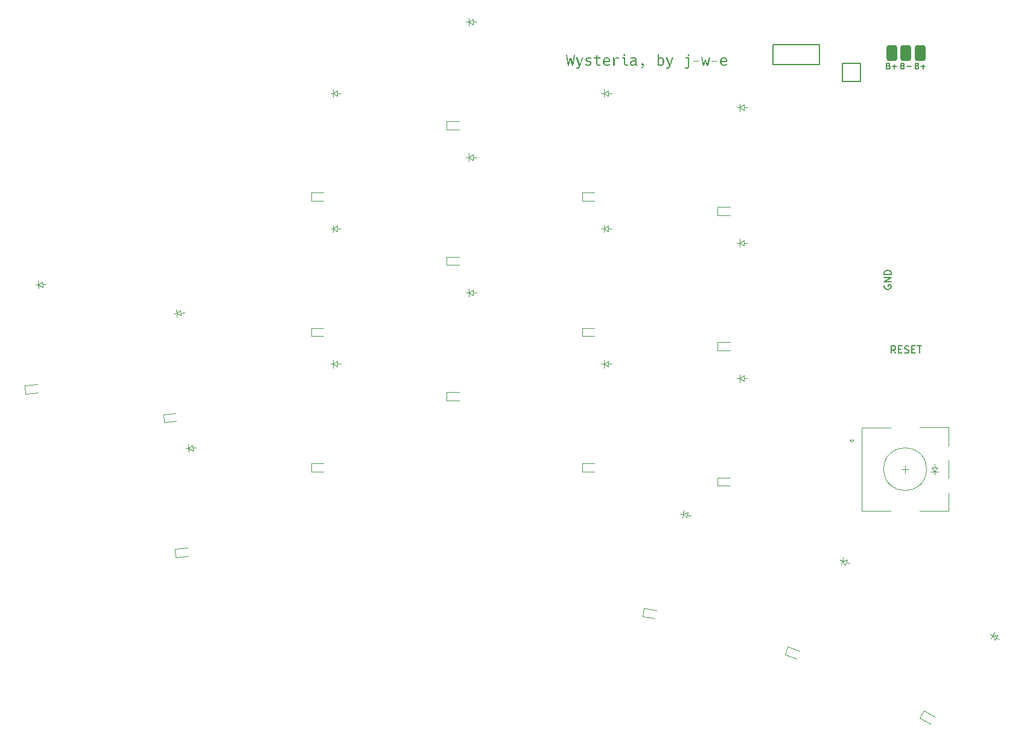
<source format=gbr>
%TF.GenerationSoftware,KiCad,Pcbnew,7.0.6-0*%
%TF.CreationDate,2023-08-12T20:04:25+02:00*%
%TF.ProjectId,jwe,6a77652e-6b69-4636-9164-5f7063625858,v1.0.0*%
%TF.SameCoordinates,Original*%
%TF.FileFunction,Legend,Top*%
%TF.FilePolarity,Positive*%
%FSLAX46Y46*%
G04 Gerber Fmt 4.6, Leading zero omitted, Abs format (unit mm)*
G04 Created by KiCad (PCBNEW 7.0.6-0) date 2023-08-12 20:04:25*
%MOMM*%
%LPD*%
G01*
G04 APERTURE LIST*
G04 Aperture macros list*
%AMRoundRect*
0 Rectangle with rounded corners*
0 $1 Rounding radius*
0 $2 $3 $4 $5 $6 $7 $8 $9 X,Y pos of 4 corners*
0 Add a 4 corners polygon primitive as box body*
4,1,4,$2,$3,$4,$5,$6,$7,$8,$9,$2,$3,0*
0 Add four circle primitives for the rounded corners*
1,1,$1+$1,$2,$3*
1,1,$1+$1,$4,$5*
1,1,$1+$1,$6,$7*
1,1,$1+$1,$8,$9*
0 Add four rect primitives between the rounded corners*
20,1,$1+$1,$2,$3,$4,$5,0*
20,1,$1+$1,$4,$5,$6,$7,0*
20,1,$1+$1,$6,$7,$8,$9,0*
20,1,$1+$1,$8,$9,$2,$3,0*%
G04 Aperture macros list end*
%ADD10C,0.150000*%
%ADD11C,0.120000*%
%ADD12C,0.100000*%
%ADD13RoundRect,0.375000X-0.375000X-0.750000X0.375000X-0.750000X0.375000X0.750000X-0.375000X0.750000X0*%
G04 APERTURE END LIST*
D10*
G36*
X149697141Y-122983577D02*
G01*
X149899007Y-122983577D01*
X150045919Y-124224819D01*
X150219942Y-123402331D01*
X150436464Y-123402331D01*
X150612685Y-124226651D01*
X150759597Y-122983577D01*
X150961464Y-122983577D01*
X150732852Y-124507653D01*
X150536847Y-124507653D01*
X150328753Y-123614823D01*
X150121757Y-124507653D01*
X149925752Y-124507653D01*
X149697141Y-122983577D01*
G37*
G36*
X151149042Y-124793417D02*
G01*
X151260783Y-124793417D01*
X151276042Y-124793004D01*
X151295345Y-124791173D01*
X151313457Y-124787875D01*
X151330378Y-124783113D01*
X151346109Y-124776884D01*
X151360649Y-124769191D01*
X151373998Y-124760032D01*
X151386157Y-124749407D01*
X151389011Y-124746522D01*
X151401896Y-124731249D01*
X151412004Y-124716819D01*
X151422492Y-124699839D01*
X151433359Y-124680309D01*
X151440815Y-124665872D01*
X151448440Y-124650301D01*
X151456234Y-124633597D01*
X151464197Y-124615760D01*
X151472328Y-124596789D01*
X151480629Y-124576685D01*
X151489098Y-124555447D01*
X151497736Y-124533076D01*
X151506543Y-124509572D01*
X151511010Y-124497394D01*
X151066977Y-123358734D01*
X151267011Y-123358734D01*
X151607364Y-124266218D01*
X151942587Y-123358734D01*
X152142622Y-123358734D01*
X151840005Y-124142387D01*
X151833357Y-124159623D01*
X151826876Y-124176433D01*
X151820563Y-124192819D01*
X151814417Y-124208779D01*
X151808438Y-124224315D01*
X151802627Y-124239425D01*
X151796984Y-124254111D01*
X151791508Y-124268371D01*
X151786199Y-124282206D01*
X151779381Y-124299992D01*
X151777723Y-124304320D01*
X151771919Y-124318694D01*
X151766112Y-124333039D01*
X151764534Y-124336927D01*
X151759243Y-124351348D01*
X151753953Y-124366174D01*
X151753543Y-124367335D01*
X151748670Y-124381195D01*
X151743690Y-124395426D01*
X151738543Y-124410170D01*
X151733546Y-124424510D01*
X151732660Y-124427052D01*
X151720204Y-124460025D01*
X151715229Y-124473977D01*
X151707832Y-124494502D01*
X151700512Y-124514545D01*
X151693269Y-124534104D01*
X151686104Y-124553180D01*
X151679015Y-124571774D01*
X151672004Y-124589884D01*
X151665070Y-124607511D01*
X151658214Y-124624656D01*
X151651435Y-124641317D01*
X151644733Y-124657495D01*
X151638229Y-124673131D01*
X151631904Y-124688025D01*
X151625761Y-124702179D01*
X151619797Y-124715593D01*
X151612127Y-124732325D01*
X151604776Y-124747741D01*
X151597747Y-124761841D01*
X151589411Y-124777613D01*
X151584649Y-124786089D01*
X151572764Y-124806320D01*
X151560097Y-124825245D01*
X151546649Y-124842864D01*
X151532419Y-124859179D01*
X151517408Y-124874189D01*
X151501616Y-124887893D01*
X151485043Y-124900292D01*
X151467687Y-124911386D01*
X151449551Y-124921175D01*
X151430633Y-124929658D01*
X151410934Y-124936837D01*
X151390453Y-124942710D01*
X151369191Y-124947278D01*
X151347148Y-124950541D01*
X151324323Y-124952499D01*
X151300717Y-124953151D01*
X151149042Y-124953151D01*
X151149042Y-124793417D01*
G37*
G36*
X152827723Y-124531100D02*
G01*
X152806982Y-124530816D01*
X152785792Y-124529966D01*
X152764152Y-124528550D01*
X152742063Y-124526566D01*
X152719524Y-124524016D01*
X152696536Y-124520899D01*
X152673099Y-124517215D01*
X152649212Y-124512965D01*
X152624876Y-124508148D01*
X152600091Y-124502764D01*
X152574856Y-124496813D01*
X152549172Y-124490296D01*
X152523038Y-124483212D01*
X152496455Y-124475561D01*
X152469423Y-124467344D01*
X152441942Y-124458560D01*
X152441942Y-124264387D01*
X152455359Y-124270968D01*
X152468685Y-124277341D01*
X152495059Y-124289460D01*
X152521063Y-124300743D01*
X152546699Y-124311190D01*
X152571965Y-124320801D01*
X152596862Y-124329577D01*
X152621390Y-124337516D01*
X152645549Y-124344620D01*
X152669338Y-124350889D01*
X152692758Y-124356321D01*
X152715809Y-124360918D01*
X152738491Y-124364679D01*
X152760803Y-124367604D01*
X152782746Y-124369693D01*
X152804320Y-124370947D01*
X152825525Y-124371365D01*
X152840313Y-124371172D01*
X152861791Y-124370157D01*
X152882426Y-124368274D01*
X152902217Y-124365521D01*
X152921165Y-124361898D01*
X152939269Y-124357406D01*
X152956529Y-124352045D01*
X152972945Y-124345814D01*
X152988518Y-124338714D01*
X153003248Y-124330745D01*
X153017134Y-124321906D01*
X153029966Y-124312271D01*
X153041537Y-124302049D01*
X153051845Y-124291242D01*
X153063626Y-124275920D01*
X153073163Y-124259557D01*
X153080456Y-124242152D01*
X153085505Y-124223705D01*
X153087819Y-124209186D01*
X153088871Y-124194081D01*
X153088941Y-124188916D01*
X153088002Y-124171313D01*
X153085186Y-124154592D01*
X153080492Y-124138752D01*
X153073920Y-124123794D01*
X153065471Y-124109718D01*
X153055144Y-124096523D01*
X153042939Y-124084210D01*
X153028857Y-124072778D01*
X153012806Y-124062045D01*
X152999295Y-124054333D01*
X152984521Y-124046911D01*
X152968486Y-124039778D01*
X152951188Y-124032936D01*
X152932628Y-124026383D01*
X152912806Y-124020120D01*
X152891721Y-124014147D01*
X152876963Y-124010326D01*
X152861645Y-124006634D01*
X152845765Y-124003071D01*
X152837615Y-124001337D01*
X152758847Y-123985217D01*
X152738943Y-123980978D01*
X152719714Y-123976413D01*
X152701162Y-123971521D01*
X152683284Y-123966303D01*
X152666082Y-123960759D01*
X152649556Y-123954889D01*
X152633705Y-123948692D01*
X152618529Y-123942169D01*
X152604029Y-123935320D01*
X152590205Y-123928144D01*
X152577056Y-123920642D01*
X152564582Y-123912814D01*
X152547138Y-123900460D01*
X152531214Y-123887372D01*
X152521443Y-123878239D01*
X152507955Y-123863752D01*
X152495794Y-123848318D01*
X152484960Y-123831938D01*
X152475452Y-123814612D01*
X152467272Y-123796338D01*
X152460417Y-123777118D01*
X152454890Y-123756951D01*
X152450689Y-123735837D01*
X152448625Y-123721236D01*
X152447151Y-123706213D01*
X152446266Y-123690770D01*
X152445972Y-123674907D01*
X152446412Y-123654777D01*
X152447735Y-123635236D01*
X152449939Y-123616285D01*
X152453024Y-123597924D01*
X152456991Y-123580153D01*
X152461840Y-123562971D01*
X152467570Y-123546378D01*
X152474182Y-123530376D01*
X152481675Y-123514963D01*
X152490050Y-123500139D01*
X152499306Y-123485905D01*
X152509444Y-123472261D01*
X152520464Y-123459207D01*
X152532365Y-123446742D01*
X152545148Y-123434866D01*
X152558812Y-123423581D01*
X152573289Y-123412889D01*
X152588510Y-123402887D01*
X152604476Y-123393575D01*
X152621185Y-123384952D01*
X152638639Y-123377019D01*
X152656837Y-123369777D01*
X152675779Y-123363224D01*
X152695466Y-123357360D01*
X152715896Y-123352187D01*
X152737071Y-123347703D01*
X152758990Y-123343909D01*
X152781653Y-123340805D01*
X152805060Y-123338391D01*
X152829212Y-123336666D01*
X152854107Y-123335632D01*
X152879747Y-123335287D01*
X152901775Y-123335559D01*
X152923711Y-123336374D01*
X152945555Y-123337734D01*
X152967308Y-123339637D01*
X152988969Y-123342085D01*
X153010539Y-123345076D01*
X153032017Y-123348610D01*
X153053404Y-123352689D01*
X153074699Y-123357312D01*
X153095902Y-123362478D01*
X153117014Y-123368188D01*
X153138034Y-123374442D01*
X153158962Y-123381240D01*
X153179799Y-123388581D01*
X153200545Y-123396467D01*
X153221198Y-123404896D01*
X153221198Y-123590276D01*
X153201037Y-123578742D01*
X153180761Y-123567951D01*
X153160371Y-123557905D01*
X153139866Y-123548602D01*
X153119246Y-123540044D01*
X153098512Y-123532231D01*
X153077664Y-123525161D01*
X153056701Y-123518835D01*
X153035623Y-123513254D01*
X153014432Y-123508417D01*
X152993125Y-123504324D01*
X152971704Y-123500975D01*
X152950169Y-123498370D01*
X152928519Y-123496510D01*
X152906755Y-123495394D01*
X152884876Y-123495022D01*
X152869616Y-123495185D01*
X152854841Y-123495676D01*
X152826744Y-123497638D01*
X152800585Y-123500908D01*
X152776364Y-123505486D01*
X152754080Y-123511372D01*
X152733734Y-123518566D01*
X152715325Y-123527069D01*
X152698855Y-123536879D01*
X152684322Y-123547997D01*
X152671726Y-123560423D01*
X152661069Y-123574158D01*
X152652349Y-123589200D01*
X152645567Y-123605551D01*
X152640723Y-123623209D01*
X152637816Y-123642176D01*
X152636847Y-123662450D01*
X152637366Y-123678954D01*
X152638923Y-123694350D01*
X152642160Y-123711360D01*
X152646891Y-123726773D01*
X152653116Y-123740589D01*
X152658097Y-123748912D01*
X152667568Y-123760517D01*
X152679769Y-123771426D01*
X152692023Y-123779986D01*
X152706173Y-123788063D01*
X152722220Y-123795657D01*
X152736422Y-123801384D01*
X152740162Y-123802768D01*
X152756259Y-123808200D01*
X152774142Y-123813690D01*
X152788727Y-123817845D01*
X152804316Y-123822032D01*
X152820910Y-123826251D01*
X152838508Y-123830503D01*
X152857111Y-123834786D01*
X152876719Y-123839102D01*
X152897331Y-123843450D01*
X152918948Y-123847830D01*
X152994785Y-123862119D01*
X153012321Y-123865790D01*
X153029301Y-123869844D01*
X153045724Y-123874280D01*
X153061590Y-123879097D01*
X153076899Y-123884297D01*
X153091651Y-123889879D01*
X153105847Y-123895843D01*
X153119487Y-123902190D01*
X153132569Y-123908918D01*
X153157064Y-123923521D01*
X153179332Y-123939653D01*
X153199373Y-123957313D01*
X153217188Y-123976501D01*
X153232775Y-123997218D01*
X153246136Y-124019463D01*
X153257270Y-124043236D01*
X153266178Y-124068538D01*
X153272858Y-124095369D01*
X153277312Y-124123728D01*
X153278703Y-124138480D01*
X153279538Y-124153615D01*
X153279817Y-124169132D01*
X153279343Y-124189874D01*
X153277922Y-124210062D01*
X153275553Y-124229694D01*
X153272238Y-124248770D01*
X153267974Y-124267292D01*
X153262764Y-124285258D01*
X153256606Y-124302669D01*
X153249500Y-124319524D01*
X153241447Y-124335825D01*
X153232447Y-124351570D01*
X153222499Y-124366760D01*
X153211604Y-124381394D01*
X153199762Y-124395473D01*
X153186972Y-124408997D01*
X153173235Y-124421966D01*
X153158550Y-124434380D01*
X153143090Y-124446092D01*
X153126934Y-124457048D01*
X153110083Y-124467249D01*
X153092536Y-124476695D01*
X153074294Y-124485384D01*
X153055356Y-124493318D01*
X153035722Y-124500497D01*
X153015393Y-124506920D01*
X152994369Y-124512587D01*
X152972649Y-124517499D01*
X152950233Y-124521654D01*
X152927122Y-124525055D01*
X152903316Y-124527699D01*
X152878814Y-124529589D01*
X152853616Y-124530722D01*
X152827723Y-124531100D01*
G37*
G36*
X154314429Y-124507653D02*
G01*
X154288488Y-124507323D01*
X154263510Y-124506336D01*
X154239498Y-124504690D01*
X154216450Y-124502386D01*
X154194366Y-124499424D01*
X154173247Y-124495803D01*
X154153093Y-124491524D01*
X154133903Y-124486587D01*
X154115678Y-124480991D01*
X154098418Y-124474737D01*
X154082122Y-124467825D01*
X154066790Y-124460254D01*
X154052423Y-124452025D01*
X154039021Y-124443138D01*
X154026583Y-124433593D01*
X154015110Y-124423389D01*
X154004507Y-124412389D01*
X153994588Y-124400457D01*
X153985353Y-124387591D01*
X153976802Y-124373792D01*
X153968935Y-124359060D01*
X153961752Y-124343395D01*
X153955254Y-124326797D01*
X153949439Y-124309266D01*
X153944308Y-124290802D01*
X153939862Y-124271405D01*
X153936100Y-124251074D01*
X153933021Y-124229811D01*
X153930627Y-124207614D01*
X153928917Y-124184485D01*
X153927891Y-124160422D01*
X153927549Y-124135426D01*
X153927549Y-123518469D01*
X153621268Y-123518469D01*
X153621268Y-123358734D01*
X153927549Y-123358734D01*
X153927549Y-123059415D01*
X154116226Y-122977349D01*
X154116226Y-123358734D01*
X154544873Y-123358734D01*
X154544873Y-123518469D01*
X154116226Y-123518469D01*
X154116226Y-124127000D01*
X154116415Y-124142011D01*
X154117407Y-124163459D01*
X154119249Y-124183626D01*
X154121941Y-124202511D01*
X154125483Y-124220115D01*
X154129875Y-124236437D01*
X154135117Y-124251478D01*
X154141209Y-124265237D01*
X154150655Y-124281589D01*
X154161611Y-124295662D01*
X154164586Y-124298825D01*
X154177793Y-124310331D01*
X154193232Y-124320303D01*
X154210903Y-124328741D01*
X154225621Y-124334062D01*
X154241596Y-124338521D01*
X154258826Y-124342117D01*
X154277312Y-124344849D01*
X154297054Y-124346719D01*
X154318052Y-124347726D01*
X154332748Y-124347918D01*
X154544873Y-124347918D01*
X154544873Y-124507653D01*
X154314429Y-124507653D01*
G37*
G36*
X155436703Y-123335866D02*
G01*
X155464206Y-123337605D01*
X155490902Y-123340503D01*
X155516791Y-123344560D01*
X155541873Y-123349777D01*
X155566147Y-123356152D01*
X155589615Y-123363687D01*
X155612275Y-123372381D01*
X155634128Y-123382234D01*
X155655174Y-123393247D01*
X155675413Y-123405418D01*
X155694844Y-123418749D01*
X155713469Y-123433239D01*
X155731286Y-123448888D01*
X155748296Y-123465697D01*
X155764499Y-123483664D01*
X155779849Y-123502657D01*
X155794209Y-123522539D01*
X155807578Y-123543312D01*
X155819958Y-123564974D01*
X155831346Y-123587527D01*
X155841745Y-123610970D01*
X155851153Y-123635303D01*
X155859571Y-123660527D01*
X155866998Y-123686640D01*
X155873435Y-123713644D01*
X155878882Y-123741538D01*
X155883339Y-123770322D01*
X155885195Y-123785047D01*
X155886805Y-123799996D01*
X155888166Y-123815166D01*
X155889281Y-123830560D01*
X155890147Y-123846176D01*
X155890766Y-123862014D01*
X155891137Y-123878075D01*
X155891261Y-123894359D01*
X155891261Y-123987415D01*
X155073903Y-123987415D01*
X155073903Y-123993277D01*
X155074270Y-124014618D01*
X155075374Y-124035409D01*
X155077213Y-124055651D01*
X155079787Y-124075343D01*
X155083097Y-124094485D01*
X155087143Y-124113078D01*
X155091925Y-124131122D01*
X155097441Y-124148616D01*
X155103694Y-124165560D01*
X155110682Y-124181955D01*
X155118406Y-124197800D01*
X155126865Y-124213096D01*
X155136060Y-124227842D01*
X155145990Y-124242038D01*
X155156656Y-124255685D01*
X155168058Y-124268783D01*
X155180225Y-124281205D01*
X155193097Y-124292826D01*
X155206672Y-124303645D01*
X155220952Y-124313663D01*
X155235936Y-124322879D01*
X155251624Y-124331294D01*
X155268015Y-124338907D01*
X155285112Y-124345719D01*
X155302912Y-124351730D01*
X155321416Y-124356939D01*
X155340624Y-124361347D01*
X155360537Y-124364954D01*
X155381153Y-124367759D01*
X155402474Y-124369762D01*
X155424499Y-124370964D01*
X155447228Y-124371365D01*
X155467160Y-124371082D01*
X155486975Y-124370232D01*
X155506675Y-124368815D01*
X155526259Y-124366831D01*
X155545727Y-124364281D01*
X155565080Y-124361164D01*
X155584316Y-124357480D01*
X155603436Y-124353230D01*
X155622441Y-124348413D01*
X155641329Y-124343029D01*
X155653857Y-124339125D01*
X155672552Y-124332961D01*
X155691132Y-124326558D01*
X155709595Y-124319918D01*
X155727943Y-124313039D01*
X155746175Y-124305921D01*
X155764290Y-124298566D01*
X155782290Y-124290972D01*
X155800174Y-124283140D01*
X155817942Y-124275070D01*
X155835594Y-124266761D01*
X155847298Y-124261089D01*
X155847298Y-124443172D01*
X155829003Y-124450521D01*
X155810663Y-124457594D01*
X155792277Y-124464389D01*
X155773847Y-124470907D01*
X155755372Y-124477149D01*
X155736852Y-124483113D01*
X155718286Y-124488801D01*
X155699676Y-124494212D01*
X155681020Y-124499345D01*
X155662319Y-124504202D01*
X155649827Y-124507286D01*
X155631035Y-124511542D01*
X155612166Y-124515379D01*
X155593220Y-124518798D01*
X155574196Y-124521798D01*
X155555095Y-124524379D01*
X155535917Y-124526542D01*
X155516661Y-124528286D01*
X155497328Y-124529611D01*
X155477918Y-124530518D01*
X155458430Y-124531007D01*
X155445396Y-124531100D01*
X155428907Y-124530946D01*
X155412641Y-124530483D01*
X155396598Y-124529712D01*
X155380778Y-124528633D01*
X155365182Y-124527245D01*
X155349809Y-124525549D01*
X155334659Y-124523544D01*
X155319733Y-124521231D01*
X155305030Y-124518609D01*
X155290550Y-124515680D01*
X155262260Y-124508895D01*
X155234862Y-124500876D01*
X155208358Y-124491624D01*
X155182747Y-124481138D01*
X155158029Y-124469419D01*
X155134204Y-124456466D01*
X155111272Y-124442279D01*
X155089233Y-124426859D01*
X155068087Y-124410205D01*
X155047833Y-124392318D01*
X155028473Y-124373197D01*
X155010151Y-124352962D01*
X154993010Y-124331826D01*
X154977052Y-124309789D01*
X154962276Y-124286849D01*
X154948682Y-124263008D01*
X154936270Y-124238266D01*
X154925040Y-124212622D01*
X154914992Y-124186076D01*
X154906126Y-124158629D01*
X154898443Y-124130280D01*
X154895044Y-124115768D01*
X154891941Y-124101030D01*
X154889134Y-124086066D01*
X154886622Y-124070878D01*
X154884405Y-124055463D01*
X154882484Y-124039824D01*
X154880859Y-124023959D01*
X154879529Y-124007869D01*
X154878495Y-123991553D01*
X154877756Y-123975012D01*
X154877313Y-123958245D01*
X154877165Y-123941253D01*
X154877400Y-123920176D01*
X154878104Y-123899350D01*
X154879277Y-123878777D01*
X154880920Y-123858455D01*
X154883032Y-123838385D01*
X154884427Y-123827680D01*
X155081230Y-123827680D01*
X155702584Y-123827680D01*
X155702329Y-123810321D01*
X155701566Y-123793278D01*
X155700294Y-123776550D01*
X155698514Y-123760138D01*
X155696224Y-123744041D01*
X155693426Y-123728260D01*
X155690119Y-123712794D01*
X155686303Y-123697644D01*
X155681979Y-123682809D01*
X155677146Y-123668290D01*
X155673641Y-123658786D01*
X155667980Y-123644913D01*
X155661714Y-123631593D01*
X155652417Y-123614694D01*
X155642045Y-123598780D01*
X155630596Y-123583851D01*
X155618071Y-123569906D01*
X155604470Y-123556946D01*
X155589792Y-123544970D01*
X155582050Y-123539352D01*
X155565661Y-123528962D01*
X155552535Y-123522079D01*
X155538694Y-123515975D01*
X155524139Y-123510650D01*
X155508869Y-123506104D01*
X155492883Y-123502338D01*
X155476183Y-123499351D01*
X155458769Y-123497143D01*
X155440639Y-123495714D01*
X155421794Y-123495065D01*
X155415354Y-123495022D01*
X155396076Y-123495414D01*
X155377397Y-123496593D01*
X155359316Y-123498557D01*
X155341835Y-123501307D01*
X155324953Y-123504843D01*
X155308669Y-123509164D01*
X155292984Y-123514271D01*
X155277899Y-123520163D01*
X155263412Y-123526842D01*
X155249524Y-123534306D01*
X155240598Y-123539718D01*
X155227745Y-123548369D01*
X155215426Y-123557561D01*
X155203642Y-123567294D01*
X155192393Y-123577568D01*
X155181678Y-123588383D01*
X155171497Y-123599739D01*
X155161851Y-123611636D01*
X155152740Y-123624073D01*
X155144163Y-123637052D01*
X155136120Y-123650572D01*
X155131055Y-123659886D01*
X155123894Y-123674185D01*
X155117248Y-123688780D01*
X155111117Y-123703671D01*
X155105501Y-123718859D01*
X155100401Y-123734343D01*
X155095816Y-123750123D01*
X155091746Y-123766199D01*
X155088191Y-123782572D01*
X155085151Y-123799241D01*
X155082627Y-123816206D01*
X155081230Y-123827680D01*
X154884427Y-123827680D01*
X154885614Y-123818567D01*
X154888665Y-123799001D01*
X154892186Y-123779687D01*
X154896176Y-123760624D01*
X154900635Y-123741814D01*
X154905564Y-123723255D01*
X154910962Y-123704948D01*
X154916830Y-123686893D01*
X154923167Y-123669090D01*
X154929973Y-123651539D01*
X154937249Y-123634240D01*
X154944987Y-123617289D01*
X154953180Y-123600781D01*
X154961828Y-123584717D01*
X154970931Y-123569096D01*
X154980490Y-123553919D01*
X154990503Y-123539186D01*
X155000972Y-123524896D01*
X155011895Y-123511050D01*
X155023274Y-123497648D01*
X155035108Y-123484689D01*
X155047397Y-123472174D01*
X155060141Y-123460103D01*
X155073340Y-123448475D01*
X155086994Y-123437291D01*
X155101104Y-123426550D01*
X155115668Y-123416253D01*
X155130679Y-123406449D01*
X155146128Y-123397277D01*
X155162015Y-123388737D01*
X155178339Y-123380830D01*
X155195102Y-123373556D01*
X155212302Y-123366914D01*
X155229941Y-123360905D01*
X155248017Y-123355528D01*
X155266531Y-123350784D01*
X155285484Y-123346673D01*
X155304874Y-123343194D01*
X155324702Y-123340347D01*
X155344968Y-123338133D01*
X155365672Y-123336552D01*
X155386813Y-123335603D01*
X155408393Y-123335287D01*
X155436703Y-123335866D01*
G37*
G36*
X156322838Y-123358734D02*
G01*
X156494297Y-123358734D01*
X156512615Y-123586246D01*
X156518849Y-123571308D01*
X156525461Y-123556811D01*
X156532450Y-123542755D01*
X156539818Y-123529139D01*
X156547563Y-123515965D01*
X156555686Y-123503231D01*
X156564187Y-123490937D01*
X156573065Y-123479085D01*
X156582322Y-123467673D01*
X156596915Y-123451382D01*
X156612358Y-123436083D01*
X156628651Y-123421775D01*
X156645794Y-123408460D01*
X156657695Y-123400133D01*
X156676234Y-123388545D01*
X156695442Y-123378096D01*
X156715320Y-123368787D01*
X156728945Y-123363214D01*
X156742866Y-123358148D01*
X156757086Y-123353588D01*
X156771603Y-123349535D01*
X156786418Y-123345989D01*
X156801530Y-123342949D01*
X156816941Y-123340416D01*
X156832649Y-123338390D01*
X156848654Y-123336870D01*
X156864957Y-123335857D01*
X156881558Y-123335350D01*
X156889970Y-123335287D01*
X156907504Y-123335543D01*
X156924752Y-123336312D01*
X156941713Y-123337592D01*
X156958389Y-123339386D01*
X156974778Y-123341691D01*
X156990881Y-123344509D01*
X157006697Y-123347839D01*
X157022228Y-123351682D01*
X157037472Y-123356037D01*
X157052430Y-123360904D01*
X157067102Y-123366283D01*
X157081487Y-123372175D01*
X157095586Y-123378579D01*
X157109400Y-123385496D01*
X157122926Y-123392925D01*
X157136167Y-123400866D01*
X157136167Y-123598703D01*
X157122132Y-123586148D01*
X157107780Y-123574402D01*
X157093109Y-123563467D01*
X157078121Y-123553342D01*
X157062815Y-123544027D01*
X157047192Y-123535522D01*
X157031251Y-123527827D01*
X157014992Y-123520942D01*
X156998415Y-123514867D01*
X156981521Y-123509602D01*
X156964309Y-123505147D01*
X156946780Y-123501502D01*
X156928932Y-123498667D01*
X156910767Y-123496642D01*
X156892284Y-123495427D01*
X156873484Y-123495022D01*
X156852001Y-123495461D01*
X156831152Y-123496779D01*
X156810934Y-123498976D01*
X156791350Y-123502051D01*
X156772397Y-123506005D01*
X156754078Y-123510838D01*
X156736391Y-123516550D01*
X156719336Y-123523140D01*
X156702914Y-123530609D01*
X156687125Y-123538957D01*
X156671968Y-123548183D01*
X156657443Y-123558288D01*
X156643552Y-123569272D01*
X156630292Y-123581134D01*
X156617666Y-123593876D01*
X156605672Y-123607495D01*
X156594403Y-123621937D01*
X156583861Y-123637142D01*
X156574047Y-123653112D01*
X156564959Y-123669846D01*
X156556599Y-123687344D01*
X156548965Y-123705607D01*
X156542059Y-123724633D01*
X156535879Y-123744424D01*
X156530427Y-123764979D01*
X156525701Y-123786298D01*
X156521703Y-123808382D01*
X156518431Y-123831230D01*
X156515887Y-123854841D01*
X156514069Y-123879218D01*
X156512979Y-123904358D01*
X156512615Y-123930262D01*
X156512615Y-124507653D01*
X156322838Y-124507653D01*
X156322838Y-123358734D01*
G37*
G36*
X157812842Y-123147708D02*
G01*
X157797965Y-123145332D01*
X157786395Y-123135973D01*
X157782187Y-123121304D01*
X157782067Y-123117666D01*
X157782067Y-122943277D01*
X157784502Y-122928755D01*
X157794089Y-122917460D01*
X157809115Y-122913353D01*
X157812842Y-122913235D01*
X157960487Y-122913235D01*
X157975363Y-122915612D01*
X157986934Y-122924970D01*
X157991141Y-122939639D01*
X157991261Y-122943277D01*
X157991261Y-123117666D01*
X157988827Y-123132189D01*
X157979240Y-123143484D01*
X157964213Y-123147591D01*
X157960487Y-123147708D01*
X157812842Y-123147708D01*
G37*
G36*
X158157224Y-124507653D02*
G01*
X158136366Y-124507235D01*
X158116106Y-124505981D01*
X158096444Y-124503892D01*
X158077380Y-124500966D01*
X158058914Y-124497205D01*
X158041047Y-124492609D01*
X158023777Y-124487176D01*
X158007106Y-124480908D01*
X157991034Y-124473804D01*
X157975559Y-124465864D01*
X157960683Y-124457089D01*
X157946405Y-124447477D01*
X157932725Y-124437030D01*
X157919643Y-124425747D01*
X157907159Y-124413629D01*
X157895274Y-124400674D01*
X157884050Y-124386961D01*
X157873550Y-124372567D01*
X157863774Y-124357492D01*
X157854722Y-124341735D01*
X157846394Y-124325298D01*
X157838791Y-124308179D01*
X157831911Y-124290378D01*
X157825756Y-124271897D01*
X157820325Y-124252735D01*
X157815618Y-124232891D01*
X157811635Y-124212366D01*
X157808377Y-124191160D01*
X157805842Y-124169272D01*
X157804032Y-124146704D01*
X157802946Y-124123454D01*
X157802584Y-124099523D01*
X157802584Y-123518469D01*
X157551258Y-123518469D01*
X157551258Y-123358734D01*
X157991261Y-123358734D01*
X157991261Y-124093661D01*
X157991444Y-124108911D01*
X157991994Y-124123703D01*
X157993505Y-124145032D01*
X157995841Y-124165331D01*
X157999001Y-124184599D01*
X158002985Y-124202837D01*
X158007793Y-124220045D01*
X158013426Y-124236222D01*
X158019883Y-124251369D01*
X158027165Y-124265486D01*
X158035271Y-124278572D01*
X158038156Y-124282705D01*
X158047397Y-124294359D01*
X158060901Y-124308115D01*
X158075756Y-124319833D01*
X158091962Y-124329513D01*
X158109519Y-124337155D01*
X158123573Y-124341549D01*
X158138387Y-124344797D01*
X158153961Y-124346899D01*
X158170295Y-124347854D01*
X158175909Y-124347918D01*
X158396094Y-124347918D01*
X158396094Y-124507653D01*
X158157224Y-124507653D01*
G37*
G36*
X159169987Y-123335535D02*
G01*
X159189066Y-123336279D01*
X159208043Y-123337518D01*
X159226916Y-123339254D01*
X159245687Y-123341485D01*
X159264354Y-123344213D01*
X159282919Y-123347436D01*
X159301380Y-123351155D01*
X159319738Y-123355370D01*
X159337993Y-123360081D01*
X159350106Y-123363497D01*
X159368078Y-123369036D01*
X159385586Y-123375213D01*
X159402631Y-123382028D01*
X159419212Y-123389480D01*
X159435329Y-123397570D01*
X159450982Y-123406297D01*
X159466172Y-123415662D01*
X159480898Y-123425664D01*
X159495161Y-123436304D01*
X159508960Y-123447582D01*
X159517901Y-123455454D01*
X159530747Y-123467790D01*
X159542768Y-123480892D01*
X159553965Y-123494761D01*
X159564338Y-123509396D01*
X159573886Y-123524797D01*
X159582610Y-123540965D01*
X159590510Y-123557899D01*
X159597585Y-123575599D01*
X159603836Y-123594066D01*
X159609263Y-123613299D01*
X159612423Y-123626546D01*
X159615304Y-123641436D01*
X159617901Y-123657664D01*
X159620216Y-123675233D01*
X159622246Y-123694141D01*
X159623994Y-123714388D01*
X159625458Y-123735975D01*
X159626276Y-123751110D01*
X159626969Y-123766841D01*
X159627536Y-123783167D01*
X159627976Y-123800089D01*
X159628291Y-123817605D01*
X159628480Y-123835718D01*
X159628543Y-123854425D01*
X159628543Y-124088532D01*
X159628637Y-124106710D01*
X159628917Y-124125248D01*
X159629384Y-124144148D01*
X159630037Y-124163407D01*
X159630878Y-124183028D01*
X159631905Y-124203009D01*
X159633119Y-124223351D01*
X159634519Y-124244053D01*
X159636107Y-124265116D01*
X159637881Y-124286540D01*
X159639168Y-124301023D01*
X159641473Y-124322636D01*
X159644268Y-124343785D01*
X159647553Y-124364470D01*
X159651326Y-124384691D01*
X159655590Y-124404449D01*
X159660342Y-124423744D01*
X159665585Y-124442574D01*
X159671316Y-124460941D01*
X159677537Y-124478844D01*
X159684248Y-124496284D01*
X159688993Y-124507653D01*
X159499583Y-124507653D01*
X159493246Y-124491935D01*
X159487424Y-124475830D01*
X159482118Y-124459340D01*
X159477326Y-124442463D01*
X159473727Y-124428103D01*
X159471739Y-124419359D01*
X159468632Y-124404652D01*
X159465721Y-124390071D01*
X159463008Y-124375615D01*
X159460011Y-124358433D01*
X159457298Y-124341432D01*
X159455253Y-124327401D01*
X159447513Y-124340108D01*
X159439408Y-124352400D01*
X159426562Y-124370059D01*
X159412892Y-124386785D01*
X159398398Y-124402577D01*
X159383079Y-124417435D01*
X159366936Y-124431360D01*
X159349969Y-124444350D01*
X159332177Y-124456407D01*
X159313561Y-124467530D01*
X159294121Y-124477719D01*
X159287458Y-124480908D01*
X159274040Y-124486986D01*
X159260530Y-124492672D01*
X159240094Y-124500465D01*
X159219452Y-124507376D01*
X159198603Y-124513405D01*
X159177549Y-124518552D01*
X159156288Y-124522816D01*
X159134822Y-124526198D01*
X159113149Y-124528698D01*
X159091270Y-124530316D01*
X159076570Y-124530904D01*
X159061778Y-124531100D01*
X159041214Y-124530728D01*
X159021105Y-124529611D01*
X159001452Y-124527751D01*
X158982254Y-124525146D01*
X158963510Y-124521798D01*
X158945222Y-124517705D01*
X158927389Y-124512867D01*
X158910011Y-124507286D01*
X158893088Y-124500961D01*
X158876621Y-124493891D01*
X158860608Y-124486077D01*
X158845050Y-124477519D01*
X158829948Y-124468217D01*
X158815300Y-124458170D01*
X158801108Y-124447380D01*
X158787371Y-124435845D01*
X158774283Y-124423613D01*
X158762040Y-124410732D01*
X158750641Y-124397201D01*
X158740087Y-124383020D01*
X158730377Y-124368189D01*
X158721511Y-124352709D01*
X158713490Y-124336579D01*
X158706313Y-124319799D01*
X158699980Y-124302370D01*
X158694492Y-124284291D01*
X158689848Y-124265562D01*
X158686048Y-124246183D01*
X158683093Y-124226155D01*
X158680982Y-124205476D01*
X158679716Y-124184149D01*
X158679321Y-124163636D01*
X158867971Y-124163636D01*
X158868554Y-124182750D01*
X158870302Y-124200937D01*
X158873216Y-124218196D01*
X158877296Y-124234528D01*
X158882541Y-124249932D01*
X158888952Y-124264410D01*
X158896529Y-124277959D01*
X158905271Y-124290582D01*
X158915179Y-124302277D01*
X158926253Y-124313044D01*
X158934283Y-124319708D01*
X158947139Y-124328939D01*
X158960704Y-124337263D01*
X158974977Y-124344679D01*
X158989959Y-124351186D01*
X159005649Y-124356786D01*
X159022047Y-124361477D01*
X159039154Y-124365261D01*
X159056969Y-124368136D01*
X159075493Y-124370104D01*
X159094725Y-124371163D01*
X159107940Y-124371365D01*
X159129470Y-124370882D01*
X159150233Y-124369433D01*
X159170230Y-124367018D01*
X159189461Y-124363637D01*
X159207926Y-124359290D01*
X159225624Y-124353977D01*
X159242556Y-124347698D01*
X159258721Y-124340453D01*
X159274120Y-124332242D01*
X159288753Y-124323065D01*
X159298083Y-124316410D01*
X159311473Y-124305741D01*
X159324169Y-124294480D01*
X159336169Y-124282626D01*
X159347473Y-124270180D01*
X159358082Y-124257141D01*
X159367995Y-124243510D01*
X159377213Y-124229286D01*
X159385735Y-124214469D01*
X159393562Y-124199061D01*
X159400693Y-124183059D01*
X159405061Y-124172063D01*
X159411150Y-124155254D01*
X159416640Y-124138214D01*
X159421531Y-124120942D01*
X159425823Y-124103438D01*
X159429517Y-124085702D01*
X159432611Y-124067735D01*
X159435107Y-124049535D01*
X159437003Y-124031104D01*
X159438301Y-124012441D01*
X159439000Y-123993546D01*
X159439133Y-123980821D01*
X159439133Y-123940521D01*
X159199897Y-123940521D01*
X159184951Y-123940672D01*
X159170063Y-123941126D01*
X159155232Y-123941883D01*
X159140460Y-123942942D01*
X159125746Y-123944304D01*
X159111089Y-123945969D01*
X159096491Y-123947936D01*
X159081951Y-123950206D01*
X159067468Y-123952779D01*
X159053044Y-123955655D01*
X159043459Y-123957740D01*
X159024821Y-123962531D01*
X159007006Y-123968296D01*
X158990016Y-123975033D01*
X158973850Y-123982744D01*
X158958509Y-123991428D01*
X158943992Y-124001085D01*
X158930299Y-124011715D01*
X158917430Y-124023319D01*
X158905838Y-124036010D01*
X158895792Y-124050086D01*
X158887291Y-124065548D01*
X158880336Y-124082395D01*
X158874926Y-124100628D01*
X158871883Y-124115211D01*
X158869710Y-124130574D01*
X158868406Y-124146715D01*
X158867971Y-124163636D01*
X158679321Y-124163636D01*
X158679293Y-124162171D01*
X158679572Y-124143924D01*
X158680410Y-124126187D01*
X158681805Y-124108959D01*
X158683758Y-124092241D01*
X158686270Y-124076032D01*
X158689340Y-124060333D01*
X158692968Y-124045143D01*
X158697154Y-124030463D01*
X158701898Y-124016292D01*
X158710060Y-123995991D01*
X158719479Y-123976836D01*
X158730153Y-123958828D01*
X158742083Y-123941966D01*
X158750734Y-123931362D01*
X158764585Y-123916203D01*
X158779208Y-123901914D01*
X158794604Y-123888494D01*
X158810772Y-123875943D01*
X158827714Y-123864262D01*
X158845428Y-123853450D01*
X158863915Y-123843508D01*
X158883175Y-123834435D01*
X158903208Y-123826232D01*
X158916992Y-123821246D01*
X158931120Y-123816646D01*
X158938313Y-123814491D01*
X158952889Y-123810410D01*
X158967582Y-123806592D01*
X158982392Y-123803037D01*
X158997320Y-123799745D01*
X159012366Y-123796717D01*
X159027528Y-123793952D01*
X159042808Y-123791450D01*
X159058206Y-123789212D01*
X159073720Y-123787237D01*
X159089352Y-123785526D01*
X159105102Y-123784077D01*
X159120968Y-123782892D01*
X159136952Y-123781971D01*
X159153054Y-123781312D01*
X159169273Y-123780917D01*
X159185609Y-123780786D01*
X159439133Y-123780786D01*
X159439133Y-123751477D01*
X159438842Y-123733865D01*
X159437971Y-123716935D01*
X159436518Y-123700687D01*
X159434485Y-123685119D01*
X159431870Y-123670233D01*
X159426859Y-123649180D01*
X159420540Y-123629661D01*
X159412914Y-123611674D01*
X159403980Y-123595219D01*
X159393740Y-123580298D01*
X159382192Y-123566909D01*
X159369336Y-123555053D01*
X159364761Y-123551442D01*
X159350288Y-123541359D01*
X159334759Y-123532268D01*
X159318174Y-123524168D01*
X159300533Y-123517061D01*
X159281835Y-123510945D01*
X159262082Y-123505821D01*
X159241272Y-123501688D01*
X159219406Y-123498548D01*
X159204242Y-123497005D01*
X159188608Y-123495903D01*
X159172506Y-123495242D01*
X159155933Y-123495022D01*
X159136388Y-123495276D01*
X159116907Y-123496039D01*
X159097490Y-123497311D01*
X159078138Y-123499092D01*
X159058850Y-123501381D01*
X159039627Y-123504179D01*
X159020468Y-123507486D01*
X159001373Y-123511302D01*
X158982343Y-123515626D01*
X158963377Y-123520460D01*
X158950769Y-123523964D01*
X158932063Y-123529591D01*
X158913589Y-123535617D01*
X158895347Y-123542042D01*
X158877336Y-123548866D01*
X158859557Y-123556089D01*
X158842011Y-123563712D01*
X158824696Y-123571734D01*
X158807612Y-123580156D01*
X158790761Y-123588976D01*
X158774142Y-123598196D01*
X158763191Y-123604565D01*
X158763191Y-123415521D01*
X158780930Y-123409101D01*
X158798701Y-123402894D01*
X158816504Y-123396899D01*
X158834340Y-123391117D01*
X158852208Y-123385548D01*
X158870108Y-123380191D01*
X158888040Y-123375046D01*
X158906004Y-123370114D01*
X158924001Y-123365395D01*
X158942029Y-123360888D01*
X158954067Y-123358001D01*
X158972168Y-123353942D01*
X158990341Y-123350282D01*
X159008584Y-123347021D01*
X159026899Y-123344160D01*
X159045284Y-123341697D01*
X159063740Y-123339635D01*
X159082266Y-123337971D01*
X159100864Y-123336706D01*
X159119533Y-123335841D01*
X159138272Y-123335376D01*
X159150804Y-123335287D01*
X159169987Y-123335535D01*
G37*
G36*
X160213261Y-124798546D02*
G01*
X160228708Y-124791380D01*
X160243679Y-124783987D01*
X160258174Y-124776367D01*
X160272194Y-124768521D01*
X160285737Y-124760448D01*
X160298805Y-124752148D01*
X160311397Y-124743621D01*
X160323513Y-124734867D01*
X160335154Y-124725886D01*
X160357007Y-124707245D01*
X160376956Y-124687696D01*
X160395003Y-124667240D01*
X160411146Y-124645876D01*
X160425385Y-124623605D01*
X160437721Y-124600427D01*
X160448154Y-124576341D01*
X160456683Y-124551348D01*
X160463310Y-124525448D01*
X160468032Y-124498640D01*
X160470851Y-124470926D01*
X160471547Y-124456728D01*
X160456946Y-124459022D01*
X160441611Y-124460439D01*
X160430515Y-124460758D01*
X160413524Y-124460145D01*
X160397359Y-124458308D01*
X160382017Y-124455245D01*
X160367500Y-124450958D01*
X160353807Y-124445445D01*
X160337850Y-124436831D01*
X160323181Y-124426304D01*
X160317674Y-124421557D01*
X160307113Y-124411167D01*
X160295891Y-124396779D01*
X160286870Y-124380835D01*
X160281237Y-124366959D01*
X160277012Y-124352087D01*
X160274196Y-124336218D01*
X160272788Y-124319354D01*
X160272612Y-124310549D01*
X160273298Y-124294108D01*
X160275359Y-124278125D01*
X160278794Y-124262601D01*
X160283602Y-124247534D01*
X160290128Y-124233062D01*
X160298349Y-124219690D01*
X160308263Y-124207417D01*
X160319873Y-124196243D01*
X160332224Y-124187021D01*
X160346199Y-124178726D01*
X160359984Y-124172132D01*
X160371164Y-124167666D01*
X160386917Y-124162537D01*
X160401303Y-124159252D01*
X160416249Y-124157088D01*
X160431757Y-124156046D01*
X160438575Y-124155943D01*
X160454582Y-124156551D01*
X160469907Y-124158377D01*
X160484550Y-124161420D01*
X160503011Y-124167371D01*
X160520259Y-124175485D01*
X160536293Y-124185763D01*
X160551114Y-124198205D01*
X160561433Y-124208957D01*
X160571069Y-124220926D01*
X160574129Y-124225186D01*
X160582510Y-124238446D01*
X160590066Y-124252672D01*
X160596798Y-124267864D01*
X160602706Y-124284021D01*
X160607789Y-124301145D01*
X160612048Y-124319235D01*
X160615483Y-124338291D01*
X160618093Y-124358313D01*
X160619879Y-124379301D01*
X160620841Y-124401255D01*
X160621024Y-124416428D01*
X160620656Y-124437864D01*
X160619553Y-124458943D01*
X160617714Y-124479664D01*
X160615139Y-124500028D01*
X160611829Y-124520033D01*
X160607783Y-124539681D01*
X160603002Y-124558971D01*
X160597485Y-124577903D01*
X160591233Y-124596477D01*
X160584244Y-124614694D01*
X160576521Y-124632553D01*
X160568061Y-124650054D01*
X160558867Y-124667197D01*
X160548936Y-124683982D01*
X160538270Y-124700410D01*
X160526868Y-124716480D01*
X160514750Y-124731899D01*
X160502024Y-124746831D01*
X160488692Y-124761277D01*
X160474753Y-124775236D01*
X160460207Y-124788708D01*
X160445055Y-124801694D01*
X160429295Y-124814193D01*
X160412929Y-124826206D01*
X160395956Y-124837732D01*
X160378376Y-124848772D01*
X160360190Y-124859325D01*
X160341396Y-124869391D01*
X160321996Y-124878971D01*
X160301989Y-124888065D01*
X160281376Y-124896671D01*
X160260155Y-124904791D01*
X160213261Y-124798546D01*
G37*
G36*
X162715895Y-123515904D02*
G01*
X162725069Y-123499019D01*
X162734867Y-123482983D01*
X162745290Y-123467798D01*
X162756338Y-123453462D01*
X162768011Y-123439977D01*
X162780308Y-123427342D01*
X162793230Y-123415556D01*
X162806776Y-123404621D01*
X162820947Y-123394536D01*
X162835743Y-123385301D01*
X162845954Y-123379617D01*
X162861728Y-123371695D01*
X162877862Y-123364552D01*
X162894357Y-123358188D01*
X162911213Y-123352603D01*
X162928429Y-123347798D01*
X162946006Y-123343772D01*
X162963944Y-123340525D01*
X162982242Y-123338057D01*
X163000901Y-123336369D01*
X163019920Y-123335460D01*
X163032800Y-123335287D01*
X163048034Y-123335491D01*
X163062962Y-123336105D01*
X163077584Y-123337129D01*
X163098942Y-123339431D01*
X163119611Y-123342654D01*
X163139591Y-123346798D01*
X163158882Y-123351863D01*
X163177484Y-123357849D01*
X163195397Y-123364756D01*
X163212621Y-123372584D01*
X163229155Y-123381333D01*
X163239796Y-123387677D01*
X163255299Y-123397803D01*
X163270210Y-123408534D01*
X163284528Y-123419870D01*
X163298254Y-123431812D01*
X163311387Y-123444360D01*
X163323928Y-123457512D01*
X163335876Y-123471270D01*
X163347232Y-123485634D01*
X163357995Y-123500602D01*
X163368166Y-123516176D01*
X163374618Y-123526895D01*
X163383912Y-123543343D01*
X163392697Y-123560126D01*
X163400974Y-123577243D01*
X163408741Y-123594696D01*
X163416000Y-123612483D01*
X163422750Y-123630605D01*
X163428992Y-123649062D01*
X163434724Y-123667854D01*
X163439948Y-123686981D01*
X163444664Y-123706442D01*
X163447524Y-123719603D01*
X163451453Y-123739452D01*
X163454995Y-123759295D01*
X163458150Y-123779131D01*
X163460920Y-123798961D01*
X163463302Y-123818784D01*
X163465299Y-123838601D01*
X163466909Y-123858412D01*
X163468132Y-123878216D01*
X163468970Y-123898013D01*
X163469420Y-123917805D01*
X163469506Y-123930995D01*
X163469307Y-123951047D01*
X163468708Y-123971086D01*
X163467709Y-123991113D01*
X163466312Y-124011126D01*
X163464515Y-124031126D01*
X163462319Y-124051114D01*
X163459724Y-124071089D01*
X163456729Y-124091051D01*
X163453335Y-124110999D01*
X163449542Y-124130936D01*
X163446792Y-124144219D01*
X163442350Y-124163976D01*
X163437406Y-124183404D01*
X163431960Y-124202504D01*
X163426012Y-124221276D01*
X163419561Y-124239719D01*
X163412608Y-124257834D01*
X163405153Y-124275620D01*
X163397195Y-124293078D01*
X163388735Y-124310207D01*
X163379773Y-124327008D01*
X163373519Y-124338026D01*
X163363743Y-124354075D01*
X163353374Y-124369526D01*
X163342414Y-124384378D01*
X163330860Y-124398631D01*
X163318714Y-124412284D01*
X163305976Y-124425339D01*
X163292645Y-124437795D01*
X163278722Y-124449652D01*
X163264206Y-124460911D01*
X163249098Y-124471570D01*
X163238697Y-124478343D01*
X163222621Y-124487772D01*
X163205857Y-124496272D01*
X163188404Y-124503846D01*
X163170261Y-124510492D01*
X163151429Y-124516211D01*
X163131909Y-124521002D01*
X163111699Y-124524866D01*
X163090800Y-124527803D01*
X163069212Y-124529812D01*
X163054437Y-124530636D01*
X163039356Y-124531048D01*
X163031701Y-124531100D01*
X163005008Y-124530420D01*
X162979242Y-124528381D01*
X162954404Y-124524982D01*
X162930493Y-124520223D01*
X162907509Y-124514105D01*
X162885453Y-124506628D01*
X162864324Y-124497791D01*
X162844122Y-124487594D01*
X162824848Y-124476038D01*
X162806501Y-124463122D01*
X162789082Y-124448847D01*
X162772590Y-124433212D01*
X162757025Y-124416217D01*
X162742388Y-124397863D01*
X162728678Y-124378150D01*
X162715895Y-124357077D01*
X162697577Y-124507653D01*
X162527217Y-124507653D01*
X162527217Y-123932094D01*
X162715895Y-123932094D01*
X162716055Y-123949691D01*
X162716536Y-123967494D01*
X162717337Y-123985503D01*
X162718459Y-124003718D01*
X162719902Y-124022140D01*
X162721665Y-124040767D01*
X162723749Y-124059600D01*
X162726153Y-124078640D01*
X162729015Y-124097628D01*
X162732473Y-124116307D01*
X162736526Y-124134676D01*
X162741174Y-124152737D01*
X162746418Y-124170489D01*
X162752257Y-124187931D01*
X162758691Y-124205064D01*
X162765720Y-124221888D01*
X162773443Y-124238083D01*
X162781955Y-124253510D01*
X162791257Y-124268170D01*
X162801349Y-124282064D01*
X162812231Y-124295190D01*
X162823904Y-124307549D01*
X162836366Y-124319141D01*
X162849618Y-124329966D01*
X162863895Y-124339669D01*
X162879248Y-124348078D01*
X162895677Y-124355193D01*
X162913182Y-124361015D01*
X162931764Y-124365543D01*
X162946406Y-124368090D01*
X162961654Y-124369910D01*
X162977507Y-124371001D01*
X162993965Y-124371365D01*
X163010552Y-124371001D01*
X163026513Y-124369910D01*
X163041850Y-124368090D01*
X163056562Y-124365543D01*
X163075207Y-124361015D01*
X163092741Y-124355193D01*
X163109164Y-124348078D01*
X163124477Y-124339669D01*
X163138679Y-124329966D01*
X163152000Y-124319135D01*
X163164485Y-124307526D01*
X163176134Y-124295138D01*
X163186948Y-124281972D01*
X163196925Y-124268027D01*
X163206067Y-124253304D01*
X163214374Y-124237802D01*
X163221844Y-124221522D01*
X163228616Y-124204618D01*
X163234827Y-124187427D01*
X163240477Y-124169951D01*
X163245566Y-124152188D01*
X163250094Y-124134138D01*
X163254061Y-124115803D01*
X163257467Y-124097181D01*
X163260312Y-124078274D01*
X163262716Y-124059337D01*
X163264800Y-124040630D01*
X163266563Y-124022151D01*
X163268006Y-124003902D01*
X163269128Y-123985881D01*
X163269929Y-123968090D01*
X163270410Y-123950527D01*
X163270570Y-123933193D01*
X163270410Y-123915854D01*
X163269929Y-123898274D01*
X163269128Y-123880454D01*
X163268006Y-123862393D01*
X163266563Y-123844092D01*
X163264800Y-123825551D01*
X163262716Y-123806769D01*
X163260312Y-123787747D01*
X163257467Y-123768764D01*
X163254061Y-123750103D01*
X163250094Y-123731762D01*
X163245566Y-123713741D01*
X163240477Y-123696041D01*
X163234827Y-123678662D01*
X163228616Y-123661603D01*
X163221844Y-123644865D01*
X163214374Y-123628590D01*
X163206067Y-123613105D01*
X163196925Y-123598411D01*
X163186948Y-123584506D01*
X163176134Y-123571391D01*
X163164485Y-123559067D01*
X163152000Y-123547532D01*
X163138679Y-123536787D01*
X163124477Y-123526998D01*
X163109164Y-123518515D01*
X163092741Y-123511336D01*
X163075207Y-123505463D01*
X163056562Y-123500895D01*
X163041850Y-123498325D01*
X163026513Y-123496490D01*
X163010552Y-123495389D01*
X162993965Y-123495022D01*
X162977507Y-123495389D01*
X162961654Y-123496490D01*
X162946406Y-123498325D01*
X162931764Y-123500895D01*
X162913182Y-123505463D01*
X162895677Y-123511336D01*
X162879248Y-123518515D01*
X162863895Y-123526998D01*
X162849618Y-123536787D01*
X162836366Y-123547521D01*
X162823904Y-123559021D01*
X162812231Y-123571288D01*
X162801349Y-123584323D01*
X162791257Y-123598125D01*
X162781955Y-123612693D01*
X162773443Y-123628029D01*
X162765720Y-123644132D01*
X162758691Y-123660784D01*
X162752257Y-123677769D01*
X162746418Y-123695085D01*
X162741174Y-123712734D01*
X162736526Y-123730714D01*
X162732473Y-123749027D01*
X162729015Y-123767671D01*
X162726153Y-123786648D01*
X162723749Y-123805670D01*
X162721665Y-123824452D01*
X162719902Y-123842993D01*
X162718459Y-123861294D01*
X162717337Y-123879355D01*
X162716536Y-123897175D01*
X162716055Y-123914755D01*
X162715895Y-123932094D01*
X162527217Y-123932094D01*
X162527217Y-122913235D01*
X162715895Y-122913235D01*
X162715895Y-123515904D01*
G37*
G36*
X163781282Y-124793417D02*
G01*
X163893023Y-124793417D01*
X163908282Y-124793004D01*
X163927585Y-124791173D01*
X163945697Y-124787875D01*
X163962618Y-124783113D01*
X163978349Y-124776884D01*
X163992889Y-124769191D01*
X164006238Y-124760032D01*
X164018397Y-124749407D01*
X164021251Y-124746522D01*
X164034136Y-124731249D01*
X164044244Y-124716819D01*
X164054732Y-124699839D01*
X164065599Y-124680309D01*
X164073055Y-124665872D01*
X164080680Y-124650301D01*
X164088474Y-124633597D01*
X164096437Y-124615760D01*
X164104568Y-124596789D01*
X164112869Y-124576685D01*
X164121338Y-124555447D01*
X164129976Y-124533076D01*
X164138783Y-124509572D01*
X164143250Y-124497394D01*
X163699217Y-123358734D01*
X163899251Y-123358734D01*
X164239604Y-124266218D01*
X164574827Y-123358734D01*
X164774862Y-123358734D01*
X164472245Y-124142387D01*
X164465597Y-124159623D01*
X164459116Y-124176433D01*
X164452803Y-124192819D01*
X164446657Y-124208779D01*
X164440678Y-124224315D01*
X164434867Y-124239425D01*
X164429224Y-124254111D01*
X164423748Y-124268371D01*
X164418439Y-124282206D01*
X164411621Y-124299992D01*
X164409963Y-124304320D01*
X164404159Y-124318694D01*
X164398352Y-124333039D01*
X164396774Y-124336927D01*
X164391483Y-124351348D01*
X164386193Y-124366174D01*
X164385783Y-124367335D01*
X164380910Y-124381195D01*
X164375930Y-124395426D01*
X164370783Y-124410170D01*
X164365786Y-124424510D01*
X164364900Y-124427052D01*
X164352444Y-124460025D01*
X164347470Y-124473977D01*
X164340072Y-124494502D01*
X164332752Y-124514545D01*
X164325509Y-124534104D01*
X164318344Y-124553180D01*
X164311255Y-124571774D01*
X164304244Y-124589884D01*
X164297311Y-124607511D01*
X164290454Y-124624656D01*
X164283675Y-124641317D01*
X164276973Y-124657495D01*
X164270469Y-124673131D01*
X164264145Y-124688025D01*
X164258001Y-124702179D01*
X164252037Y-124715593D01*
X164244367Y-124732325D01*
X164237016Y-124747741D01*
X164229987Y-124761841D01*
X164221651Y-124777613D01*
X164216889Y-124786089D01*
X164205004Y-124806320D01*
X164192337Y-124825245D01*
X164178889Y-124842864D01*
X164164659Y-124859179D01*
X164149649Y-124874189D01*
X164133856Y-124887893D01*
X164117283Y-124900292D01*
X164099927Y-124911386D01*
X164081791Y-124921175D01*
X164062873Y-124929658D01*
X164043174Y-124936837D01*
X164022693Y-124942710D01*
X164001431Y-124947278D01*
X163979388Y-124950541D01*
X163956563Y-124952499D01*
X163932957Y-124953151D01*
X163781282Y-124953151D01*
X163781282Y-124793417D01*
G37*
G36*
X166787667Y-123147708D02*
G01*
X166772791Y-123145332D01*
X166761220Y-123135973D01*
X166757013Y-123121304D01*
X166756893Y-123117666D01*
X166756893Y-122943277D01*
X166759327Y-122928755D01*
X166768914Y-122917460D01*
X166783941Y-122913353D01*
X166787667Y-122913235D01*
X166935312Y-122913235D01*
X166950189Y-122915612D01*
X166961759Y-122924970D01*
X166965967Y-122939639D01*
X166966087Y-122943277D01*
X166966087Y-123117666D01*
X166963652Y-123132189D01*
X166954065Y-123143484D01*
X166939039Y-123147591D01*
X166935312Y-123147708D01*
X166787667Y-123147708D01*
G37*
G36*
X166363051Y-124793417D02*
G01*
X166603020Y-124793417D01*
X166625379Y-124792418D01*
X166646297Y-124789421D01*
X166665771Y-124784426D01*
X166683803Y-124777434D01*
X166700393Y-124768444D01*
X166715539Y-124757456D01*
X166729244Y-124744470D01*
X166741505Y-124729486D01*
X166752325Y-124712505D01*
X166761701Y-124693525D01*
X166769635Y-124672548D01*
X166776127Y-124649573D01*
X166781176Y-124624600D01*
X166784782Y-124597629D01*
X166786946Y-124568661D01*
X166787487Y-124553427D01*
X166787667Y-124537694D01*
X166787667Y-123518469D01*
X166462702Y-123518469D01*
X166462702Y-123358734D01*
X166976345Y-123358734D01*
X166976345Y-124534397D01*
X166975984Y-124559047D01*
X166974902Y-124582986D01*
X166973099Y-124606216D01*
X166970575Y-124628736D01*
X166967329Y-124650546D01*
X166963362Y-124671646D01*
X166958674Y-124692037D01*
X166953264Y-124711717D01*
X166947133Y-124730688D01*
X166940281Y-124748949D01*
X166932708Y-124766500D01*
X166924413Y-124783342D01*
X166915397Y-124799473D01*
X166905660Y-124814895D01*
X166895201Y-124829607D01*
X166884021Y-124843609D01*
X166872184Y-124856873D01*
X166859755Y-124869283D01*
X166846734Y-124880836D01*
X166833119Y-124891534D01*
X166818913Y-124901375D01*
X166804114Y-124910361D01*
X166788722Y-124918491D01*
X166772738Y-124925766D01*
X166756161Y-124932184D01*
X166738992Y-124937747D01*
X166721231Y-124942454D01*
X166702877Y-124946305D01*
X166683930Y-124949300D01*
X166664392Y-124951440D01*
X166644260Y-124952724D01*
X166623536Y-124953151D01*
X166363051Y-124953151D01*
X166363051Y-124793417D01*
G37*
G36*
X167593669Y-123808629D02*
G01*
X168435207Y-123808629D01*
X168435207Y-123968364D01*
X167593669Y-123968364D01*
X167593669Y-123808629D01*
G37*
G36*
X168645501Y-123358734D02*
G01*
X168831980Y-123358734D01*
X169032015Y-124287468D01*
X169196146Y-123694324D01*
X169356980Y-123694324D01*
X169523309Y-124287468D01*
X169723344Y-123358734D01*
X169909824Y-123358734D01*
X169641279Y-124507653D01*
X169460661Y-124507653D01*
X169277113Y-123880071D01*
X169094663Y-124507653D01*
X168914046Y-124507653D01*
X168645501Y-123358734D01*
G37*
G36*
X170120117Y-123808629D02*
G01*
X170961656Y-123808629D01*
X170961656Y-123968364D01*
X170120117Y-123968364D01*
X170120117Y-123808629D01*
G37*
G36*
X171858615Y-123335866D02*
G01*
X171886118Y-123337605D01*
X171912814Y-123340503D01*
X171938703Y-123344560D01*
X171963785Y-123349777D01*
X171988059Y-123356152D01*
X172011527Y-123363687D01*
X172034187Y-123372381D01*
X172056040Y-123382234D01*
X172077086Y-123393247D01*
X172097325Y-123405418D01*
X172116756Y-123418749D01*
X172135381Y-123433239D01*
X172153198Y-123448888D01*
X172170208Y-123465697D01*
X172186411Y-123483664D01*
X172201761Y-123502657D01*
X172216121Y-123522539D01*
X172229491Y-123543312D01*
X172241870Y-123564974D01*
X172253258Y-123587527D01*
X172263657Y-123610970D01*
X172273065Y-123635303D01*
X172281483Y-123660527D01*
X172288910Y-123686640D01*
X172295347Y-123713644D01*
X172300794Y-123741538D01*
X172305251Y-123770322D01*
X172307108Y-123785047D01*
X172308717Y-123799996D01*
X172310079Y-123815166D01*
X172311193Y-123830560D01*
X172312059Y-123846176D01*
X172312678Y-123862014D01*
X172313050Y-123878075D01*
X172313173Y-123894359D01*
X172313173Y-123987415D01*
X171495815Y-123987415D01*
X171495815Y-123993277D01*
X171496182Y-124014618D01*
X171497286Y-124035409D01*
X171499125Y-124055651D01*
X171501699Y-124075343D01*
X171505009Y-124094485D01*
X171509055Y-124113078D01*
X171513837Y-124131122D01*
X171519354Y-124148616D01*
X171525606Y-124165560D01*
X171532594Y-124181955D01*
X171540318Y-124197800D01*
X171548777Y-124213096D01*
X171557972Y-124227842D01*
X171567903Y-124242038D01*
X171578569Y-124255685D01*
X171589970Y-124268783D01*
X171602138Y-124281205D01*
X171615009Y-124292826D01*
X171628584Y-124303645D01*
X171642864Y-124313663D01*
X171657848Y-124322879D01*
X171673536Y-124331294D01*
X171689928Y-124338907D01*
X171707024Y-124345719D01*
X171724824Y-124351730D01*
X171743328Y-124356939D01*
X171762536Y-124361347D01*
X171782449Y-124364954D01*
X171803065Y-124367759D01*
X171824386Y-124369762D01*
X171846411Y-124370964D01*
X171869140Y-124371365D01*
X171889072Y-124371082D01*
X171908887Y-124370232D01*
X171928587Y-124368815D01*
X171948171Y-124366831D01*
X171967640Y-124364281D01*
X171986992Y-124361164D01*
X172006228Y-124357480D01*
X172025348Y-124353230D01*
X172044353Y-124348413D01*
X172063241Y-124343029D01*
X172075769Y-124339125D01*
X172094465Y-124332961D01*
X172113044Y-124326558D01*
X172131507Y-124319918D01*
X172149855Y-124313039D01*
X172168087Y-124305921D01*
X172186202Y-124298566D01*
X172204202Y-124290972D01*
X172222086Y-124283140D01*
X172239854Y-124275070D01*
X172257506Y-124266761D01*
X172269210Y-124261089D01*
X172269210Y-124443172D01*
X172250915Y-124450521D01*
X172232575Y-124457594D01*
X172214189Y-124464389D01*
X172195759Y-124470907D01*
X172177284Y-124477149D01*
X172158764Y-124483113D01*
X172140198Y-124488801D01*
X172121588Y-124494212D01*
X172102932Y-124499345D01*
X172084231Y-124504202D01*
X172071739Y-124507286D01*
X172052947Y-124511542D01*
X172034078Y-124515379D01*
X172015132Y-124518798D01*
X171996108Y-124521798D01*
X171977007Y-124524379D01*
X171957829Y-124526542D01*
X171938573Y-124528286D01*
X171919240Y-124529611D01*
X171899830Y-124530518D01*
X171880343Y-124531007D01*
X171867308Y-124531100D01*
X171850819Y-124530946D01*
X171834553Y-124530483D01*
X171818510Y-124529712D01*
X171802690Y-124528633D01*
X171787094Y-124527245D01*
X171771721Y-124525549D01*
X171756572Y-124523544D01*
X171741645Y-124521231D01*
X171726942Y-124518609D01*
X171712462Y-124515680D01*
X171684172Y-124508895D01*
X171656774Y-124500876D01*
X171630270Y-124491624D01*
X171604659Y-124481138D01*
X171579941Y-124469419D01*
X171556116Y-124456466D01*
X171533184Y-124442279D01*
X171511145Y-124426859D01*
X171489999Y-124410205D01*
X171469746Y-124392318D01*
X171450385Y-124373197D01*
X171432063Y-124352962D01*
X171414923Y-124331826D01*
X171398964Y-124309789D01*
X171384188Y-124286849D01*
X171370594Y-124263008D01*
X171358182Y-124238266D01*
X171346952Y-124212622D01*
X171336904Y-124186076D01*
X171328038Y-124158629D01*
X171320355Y-124130280D01*
X171316956Y-124115768D01*
X171313853Y-124101030D01*
X171311046Y-124086066D01*
X171308534Y-124070878D01*
X171306317Y-124055463D01*
X171304396Y-124039824D01*
X171302771Y-124023959D01*
X171301441Y-124007869D01*
X171300407Y-123991553D01*
X171299668Y-123975012D01*
X171299225Y-123958245D01*
X171299077Y-123941253D01*
X171299312Y-123920176D01*
X171300016Y-123899350D01*
X171301189Y-123878777D01*
X171302832Y-123858455D01*
X171304945Y-123838385D01*
X171306339Y-123827680D01*
X171503142Y-123827680D01*
X172124496Y-123827680D01*
X172124241Y-123810321D01*
X172123478Y-123793278D01*
X172122206Y-123776550D01*
X172120426Y-123760138D01*
X172118136Y-123744041D01*
X172115338Y-123728260D01*
X172112031Y-123712794D01*
X172108215Y-123697644D01*
X172103891Y-123682809D01*
X172099058Y-123668290D01*
X172095553Y-123658786D01*
X172089892Y-123644913D01*
X172083626Y-123631593D01*
X172074330Y-123614694D01*
X172063957Y-123598780D01*
X172052508Y-123583851D01*
X172039983Y-123569906D01*
X172026382Y-123556946D01*
X172011704Y-123544970D01*
X172003962Y-123539352D01*
X171987573Y-123528962D01*
X171974447Y-123522079D01*
X171960606Y-123515975D01*
X171946051Y-123510650D01*
X171930781Y-123506104D01*
X171914795Y-123502338D01*
X171898095Y-123499351D01*
X171880681Y-123497143D01*
X171862551Y-123495714D01*
X171843706Y-123495065D01*
X171837266Y-123495022D01*
X171817988Y-123495414D01*
X171799309Y-123496593D01*
X171781228Y-123498557D01*
X171763747Y-123501307D01*
X171746865Y-123504843D01*
X171730581Y-123509164D01*
X171714897Y-123514271D01*
X171699811Y-123520163D01*
X171685324Y-123526842D01*
X171671436Y-123534306D01*
X171662510Y-123539718D01*
X171649657Y-123548369D01*
X171637339Y-123557561D01*
X171625554Y-123567294D01*
X171614305Y-123577568D01*
X171603590Y-123588383D01*
X171593409Y-123599739D01*
X171583763Y-123611636D01*
X171574652Y-123624073D01*
X171566075Y-123637052D01*
X171558032Y-123650572D01*
X171552967Y-123659886D01*
X171545806Y-123674185D01*
X171539160Y-123688780D01*
X171533029Y-123703671D01*
X171527414Y-123718859D01*
X171522313Y-123734343D01*
X171517728Y-123750123D01*
X171513658Y-123766199D01*
X171510103Y-123782572D01*
X171507063Y-123799241D01*
X171504539Y-123816206D01*
X171503142Y-123827680D01*
X171306339Y-123827680D01*
X171307526Y-123818567D01*
X171310577Y-123799001D01*
X171314098Y-123779687D01*
X171318088Y-123760624D01*
X171322547Y-123741814D01*
X171327476Y-123723255D01*
X171332874Y-123704948D01*
X171338742Y-123686893D01*
X171345079Y-123669090D01*
X171351885Y-123651539D01*
X171359161Y-123634240D01*
X171366899Y-123617289D01*
X171375092Y-123600781D01*
X171383740Y-123584717D01*
X171392843Y-123569096D01*
X171402402Y-123553919D01*
X171412415Y-123539186D01*
X171422884Y-123524896D01*
X171433807Y-123511050D01*
X171445186Y-123497648D01*
X171457020Y-123484689D01*
X171469309Y-123472174D01*
X171482053Y-123460103D01*
X171495252Y-123448475D01*
X171508906Y-123437291D01*
X171523016Y-123426550D01*
X171537580Y-123416253D01*
X171552591Y-123406449D01*
X171568040Y-123397277D01*
X171583927Y-123388737D01*
X171600251Y-123380830D01*
X171617014Y-123373556D01*
X171634214Y-123366914D01*
X171651853Y-123360905D01*
X171669929Y-123355528D01*
X171688444Y-123350784D01*
X171707396Y-123346673D01*
X171726786Y-123343194D01*
X171746614Y-123340347D01*
X171766880Y-123338133D01*
X171787584Y-123336552D01*
X171808725Y-123335603D01*
X171830305Y-123335287D01*
X171858615Y-123335866D01*
G37*
X195944748Y-164839971D02*
X195611415Y-164363780D01*
X195373320Y-164839971D02*
X195373320Y-163839971D01*
X195373320Y-163839971D02*
X195754272Y-163839971D01*
X195754272Y-163839971D02*
X195849510Y-163887590D01*
X195849510Y-163887590D02*
X195897129Y-163935209D01*
X195897129Y-163935209D02*
X195944748Y-164030447D01*
X195944748Y-164030447D02*
X195944748Y-164173304D01*
X195944748Y-164173304D02*
X195897129Y-164268542D01*
X195897129Y-164268542D02*
X195849510Y-164316161D01*
X195849510Y-164316161D02*
X195754272Y-164363780D01*
X195754272Y-164363780D02*
X195373320Y-164363780D01*
X196373320Y-164316161D02*
X196706653Y-164316161D01*
X196849510Y-164839971D02*
X196373320Y-164839971D01*
X196373320Y-164839971D02*
X196373320Y-163839971D01*
X196373320Y-163839971D02*
X196849510Y-163839971D01*
X197230463Y-164792352D02*
X197373320Y-164839971D01*
X197373320Y-164839971D02*
X197611415Y-164839971D01*
X197611415Y-164839971D02*
X197706653Y-164792352D01*
X197706653Y-164792352D02*
X197754272Y-164744732D01*
X197754272Y-164744732D02*
X197801891Y-164649494D01*
X197801891Y-164649494D02*
X197801891Y-164554256D01*
X197801891Y-164554256D02*
X197754272Y-164459018D01*
X197754272Y-164459018D02*
X197706653Y-164411399D01*
X197706653Y-164411399D02*
X197611415Y-164363780D01*
X197611415Y-164363780D02*
X197420939Y-164316161D01*
X197420939Y-164316161D02*
X197325701Y-164268542D01*
X197325701Y-164268542D02*
X197278082Y-164220923D01*
X197278082Y-164220923D02*
X197230463Y-164125685D01*
X197230463Y-164125685D02*
X197230463Y-164030447D01*
X197230463Y-164030447D02*
X197278082Y-163935209D01*
X197278082Y-163935209D02*
X197325701Y-163887590D01*
X197325701Y-163887590D02*
X197420939Y-163839971D01*
X197420939Y-163839971D02*
X197659034Y-163839971D01*
X197659034Y-163839971D02*
X197801891Y-163887590D01*
X198230463Y-164316161D02*
X198563796Y-164316161D01*
X198706653Y-164839971D02*
X198230463Y-164839971D01*
X198230463Y-164839971D02*
X198230463Y-163839971D01*
X198230463Y-163839971D02*
X198706653Y-163839971D01*
X198992368Y-163839971D02*
X199563796Y-163839971D01*
X199278082Y-164839971D02*
X199278082Y-163839971D01*
X198959036Y-124528396D02*
X199073322Y-124566491D01*
X199073322Y-124566491D02*
X199111417Y-124604587D01*
X199111417Y-124604587D02*
X199149513Y-124680777D01*
X199149513Y-124680777D02*
X199149513Y-124795063D01*
X199149513Y-124795063D02*
X199111417Y-124871253D01*
X199111417Y-124871253D02*
X199073322Y-124909349D01*
X199073322Y-124909349D02*
X198997132Y-124947444D01*
X198997132Y-124947444D02*
X198692370Y-124947444D01*
X198692370Y-124947444D02*
X198692370Y-124147444D01*
X198692370Y-124147444D02*
X198959036Y-124147444D01*
X198959036Y-124147444D02*
X199035227Y-124185539D01*
X199035227Y-124185539D02*
X199073322Y-124223634D01*
X199073322Y-124223634D02*
X199111417Y-124299825D01*
X199111417Y-124299825D02*
X199111417Y-124376015D01*
X199111417Y-124376015D02*
X199073322Y-124452206D01*
X199073322Y-124452206D02*
X199035227Y-124490301D01*
X199035227Y-124490301D02*
X198959036Y-124528396D01*
X198959036Y-124528396D02*
X198692370Y-124528396D01*
X199492370Y-124642682D02*
X200101894Y-124642682D01*
X199797132Y-124947444D02*
X199797132Y-124337920D01*
X194959036Y-124528396D02*
X195073322Y-124566491D01*
X195073322Y-124566491D02*
X195111417Y-124604587D01*
X195111417Y-124604587D02*
X195149513Y-124680777D01*
X195149513Y-124680777D02*
X195149513Y-124795063D01*
X195149513Y-124795063D02*
X195111417Y-124871253D01*
X195111417Y-124871253D02*
X195073322Y-124909349D01*
X195073322Y-124909349D02*
X194997132Y-124947444D01*
X194997132Y-124947444D02*
X194692370Y-124947444D01*
X194692370Y-124947444D02*
X194692370Y-124147444D01*
X194692370Y-124147444D02*
X194959036Y-124147444D01*
X194959036Y-124147444D02*
X195035227Y-124185539D01*
X195035227Y-124185539D02*
X195073322Y-124223634D01*
X195073322Y-124223634D02*
X195111417Y-124299825D01*
X195111417Y-124299825D02*
X195111417Y-124376015D01*
X195111417Y-124376015D02*
X195073322Y-124452206D01*
X195073322Y-124452206D02*
X195035227Y-124490301D01*
X195035227Y-124490301D02*
X194959036Y-124528396D01*
X194959036Y-124528396D02*
X194692370Y-124528396D01*
X195492370Y-124642682D02*
X196101894Y-124642682D01*
X195797132Y-124947444D02*
X195797132Y-124337920D01*
X196959036Y-124528396D02*
X197073322Y-124566491D01*
X197073322Y-124566491D02*
X197111417Y-124604587D01*
X197111417Y-124604587D02*
X197149513Y-124680777D01*
X197149513Y-124680777D02*
X197149513Y-124795063D01*
X197149513Y-124795063D02*
X197111417Y-124871253D01*
X197111417Y-124871253D02*
X197073322Y-124909349D01*
X197073322Y-124909349D02*
X196997132Y-124947444D01*
X196997132Y-124947444D02*
X196692370Y-124947444D01*
X196692370Y-124947444D02*
X196692370Y-124147444D01*
X196692370Y-124147444D02*
X196959036Y-124147444D01*
X196959036Y-124147444D02*
X197035227Y-124185539D01*
X197035227Y-124185539D02*
X197073322Y-124223634D01*
X197073322Y-124223634D02*
X197111417Y-124299825D01*
X197111417Y-124299825D02*
X197111417Y-124376015D01*
X197111417Y-124376015D02*
X197073322Y-124452206D01*
X197073322Y-124452206D02*
X197035227Y-124490301D01*
X197035227Y-124490301D02*
X196959036Y-124528396D01*
X196959036Y-124528396D02*
X196692370Y-124528396D01*
X197492370Y-124642682D02*
X198101894Y-124642682D01*
X194359567Y-155329551D02*
X194311948Y-155424789D01*
X194311948Y-155424789D02*
X194311948Y-155567646D01*
X194311948Y-155567646D02*
X194359567Y-155710503D01*
X194359567Y-155710503D02*
X194454805Y-155805741D01*
X194454805Y-155805741D02*
X194550043Y-155853360D01*
X194550043Y-155853360D02*
X194740519Y-155900979D01*
X194740519Y-155900979D02*
X194883376Y-155900979D01*
X194883376Y-155900979D02*
X195073852Y-155853360D01*
X195073852Y-155853360D02*
X195169090Y-155805741D01*
X195169090Y-155805741D02*
X195264329Y-155710503D01*
X195264329Y-155710503D02*
X195311948Y-155567646D01*
X195311948Y-155567646D02*
X195311948Y-155472408D01*
X195311948Y-155472408D02*
X195264329Y-155329551D01*
X195264329Y-155329551D02*
X195216709Y-155281932D01*
X195216709Y-155281932D02*
X194883376Y-155281932D01*
X194883376Y-155281932D02*
X194883376Y-155472408D01*
X195311948Y-154853360D02*
X194311948Y-154853360D01*
X194311948Y-154853360D02*
X195311948Y-154281932D01*
X195311948Y-154281932D02*
X194311948Y-154281932D01*
X195311948Y-153805741D02*
X194311948Y-153805741D01*
X194311948Y-153805741D02*
X194311948Y-153567646D01*
X194311948Y-153567646D02*
X194359567Y-153424789D01*
X194359567Y-153424789D02*
X194454805Y-153329551D01*
X194454805Y-153329551D02*
X194550043Y-153281932D01*
X194550043Y-153281932D02*
X194740519Y-153234313D01*
X194740519Y-153234313D02*
X194883376Y-153234313D01*
X194883376Y-153234313D02*
X195073852Y-153281932D01*
X195073852Y-153281932D02*
X195169090Y-153329551D01*
X195169090Y-153329551D02*
X195264329Y-153424789D01*
X195264329Y-153424789D02*
X195311948Y-153567646D01*
X195311948Y-153567646D02*
X195311948Y-153805741D01*
D11*
%TO.C,L9*%
X160639956Y-200661061D02*
X160440260Y-201793590D01*
X160639956Y-200661061D02*
X162363369Y-200964946D01*
X160440260Y-201793590D02*
X162163674Y-202097475D01*
D12*
%TO.C,D16*%
X166636708Y-187959221D02*
X166115282Y-187461109D01*
X166706167Y-187565298D02*
X167198571Y-187652122D01*
X166775626Y-187171375D02*
X166636708Y-187959221D01*
X166115282Y-187461109D02*
X166775626Y-187171375D01*
X166115282Y-187461109D02*
X166019776Y-188002753D01*
X166115282Y-187461109D02*
X166210789Y-186919465D01*
X165721359Y-187391650D02*
X166115282Y-187461109D01*
%TO.C,D5*%
X117647137Y-147785148D02*
X117047137Y-147385148D01*
X117647137Y-147385148D02*
X118147137Y-147385148D01*
X117647137Y-146985148D02*
X117647137Y-147785148D01*
X117047137Y-147385148D02*
X117647137Y-146985148D01*
X117047137Y-147385148D02*
X117047137Y-147935148D01*
X117047137Y-147385148D02*
X117047137Y-146835148D01*
X116647137Y-147385148D02*
X117047137Y-147385148D01*
D11*
%TO.C,L9*%
X93185304Y-173438147D02*
X93285533Y-174583771D01*
X93185304Y-173438147D02*
X94928645Y-173285625D01*
X93285533Y-174583771D02*
X95028874Y-174431249D01*
X94841259Y-192365839D02*
X94941488Y-193511463D01*
X94841259Y-192365839D02*
X96584600Y-192213317D01*
X94941488Y-193511463D02*
X96684829Y-193358941D01*
D12*
%TO.C,D14*%
X174647136Y-149785156D02*
X174047136Y-149385156D01*
X174647136Y-149385156D02*
X175147136Y-149385156D01*
X174647136Y-148985156D02*
X174647136Y-149785156D01*
X174047136Y-149385156D02*
X174647136Y-148985156D01*
X174047136Y-149385156D02*
X174047136Y-149935156D01*
X174047136Y-149385156D02*
X174047136Y-148835156D01*
X173647136Y-149385156D02*
X174047136Y-149385156D01*
%TO.C,D4*%
X117647134Y-166785156D02*
X117047134Y-166385156D01*
X117647134Y-166385156D02*
X118147134Y-166385156D01*
X117647134Y-165985156D02*
X117647134Y-166785156D01*
X117047134Y-166385156D02*
X117647134Y-165985156D01*
X117047134Y-166385156D02*
X117047134Y-166935156D01*
X117047134Y-166385156D02*
X117047134Y-165835156D01*
X116647134Y-166385156D02*
X117047134Y-166385156D01*
%TO.C,D8*%
X136647136Y-137785154D02*
X136047136Y-137385154D01*
X136647136Y-137385154D02*
X137147136Y-137385154D01*
X136647136Y-136985154D02*
X136647136Y-137785154D01*
X136047136Y-137385154D02*
X136647136Y-136985154D01*
X136047136Y-137385154D02*
X136047136Y-137935154D01*
X136047136Y-137385154D02*
X136047136Y-136835154D01*
X135647136Y-137385154D02*
X136047136Y-137385154D01*
D11*
%TO.C,L9*%
X151947134Y-161335351D02*
X151947134Y-162485351D01*
X151947134Y-161335351D02*
X153697134Y-161335351D01*
X151947134Y-162485351D02*
X153697134Y-162485351D01*
D12*
%TO.C,D2*%
X95690250Y-159617031D02*
X95057671Y-159270847D01*
X95655388Y-159218553D02*
X96153485Y-159174975D01*
X95620525Y-158820075D02*
X95690250Y-159617031D01*
X95057671Y-159270847D02*
X95620525Y-158820075D01*
X95057671Y-159270847D02*
X95105607Y-159818754D01*
X95057671Y-159270847D02*
X95009735Y-158722939D01*
X94659193Y-159305709D02*
X95057671Y-159270847D01*
%TO.C,D7*%
X136647137Y-156785151D02*
X136047137Y-156385151D01*
X136647137Y-156385151D02*
X137147137Y-156385151D01*
X136647137Y-155985151D02*
X136647137Y-156785151D01*
X136047137Y-156385151D02*
X136647137Y-155985151D01*
X136047137Y-156385151D02*
X136047137Y-156935151D01*
X136047137Y-156385151D02*
X136047137Y-155835151D01*
X135647137Y-156385151D02*
X136047137Y-156385151D01*
%TO.C,D3*%
X76265759Y-155594677D02*
X75633180Y-155248493D01*
X76230897Y-155196199D02*
X76728994Y-155152621D01*
X76196034Y-154797721D02*
X76265759Y-155594677D01*
X75633180Y-155248493D02*
X76196034Y-154797721D01*
X75633180Y-155248493D02*
X75681116Y-155796400D01*
X75633180Y-155248493D02*
X75585244Y-154700585D01*
X75234702Y-155283355D02*
X75633180Y-155248493D01*
D11*
%TO.C,L9*%
X132947127Y-170335353D02*
X132947127Y-171485353D01*
X132947127Y-170335353D02*
X134697127Y-170335353D01*
X132947127Y-171485353D02*
X134697127Y-171485353D01*
X199878917Y-215025937D02*
X199303917Y-216021867D01*
X199878917Y-215025937D02*
X201394462Y-215900937D01*
X199303917Y-216021867D02*
X200819462Y-216896867D01*
%TO.C,ROT1*%
X200277133Y-181145147D02*
G75*
G03*
X200277133Y-181145147I-3000000J0D01*
G01*
X203377133Y-187045147D02*
X199277133Y-187045147D01*
X203377133Y-184445147D02*
X203377133Y-187045147D01*
X203377133Y-179845147D02*
X203377133Y-182445147D01*
X203377133Y-175245147D02*
X203377133Y-177845147D01*
X199277133Y-175245147D02*
X203377133Y-175245147D01*
X197277133Y-180645147D02*
X197277133Y-181645147D01*
X196777133Y-181145147D02*
X197777133Y-181145147D01*
X195277133Y-187045147D02*
X191177133Y-187045147D01*
X195277133Y-175345147D02*
X191177133Y-175345147D01*
X191177133Y-175345147D02*
X191177133Y-187045147D01*
X190077133Y-177045147D02*
X189777133Y-177345147D01*
X189777133Y-177345147D02*
X189477133Y-177045147D01*
X189477133Y-177045147D02*
X190077133Y-177045147D01*
%TO.C,L9*%
X170947130Y-144335352D02*
X170947130Y-145485352D01*
X170947130Y-144335352D02*
X172697130Y-144335352D01*
X170947130Y-145485352D02*
X172697130Y-145485352D01*
D12*
%TO.C,D17*%
X188919813Y-194594055D02*
X188492806Y-194012966D01*
X189056621Y-194218178D02*
X189526467Y-194389188D01*
X189193429Y-193842301D02*
X188919813Y-194594055D01*
X188492806Y-194012966D02*
X189193429Y-193842301D01*
X188492806Y-194012966D02*
X188304695Y-194529797D01*
X188492806Y-194012966D02*
X188680917Y-193496135D01*
X188116929Y-193876158D02*
X188492806Y-194012966D01*
D11*
%TO.C,L9*%
X132947128Y-132335358D02*
X132947128Y-133485358D01*
X132947128Y-132335358D02*
X134697128Y-132335358D01*
X132947128Y-133485358D02*
X134697128Y-133485358D01*
X170947129Y-182335350D02*
X170947129Y-183485350D01*
X170947129Y-182335350D02*
X172697129Y-182335350D01*
X170947129Y-183485350D02*
X172697129Y-183485350D01*
X73760826Y-169415792D02*
X73861055Y-170561416D01*
X73760826Y-169415792D02*
X75504167Y-169263270D01*
X73861055Y-170561416D02*
X75604396Y-170408894D01*
D12*
%TO.C,D13*%
X174647137Y-168785155D02*
X174047137Y-168385155D01*
X174647137Y-168385155D02*
X175147137Y-168385155D01*
X174647137Y-167985155D02*
X174647137Y-168785155D01*
X174047137Y-168385155D02*
X174647137Y-167985155D01*
X174047137Y-168385155D02*
X174047137Y-168935155D01*
X174047137Y-168385155D02*
X174047137Y-167835155D01*
X173647137Y-168385155D02*
X174047137Y-168385155D01*
D10*
%TO.C,T2*%
X185297132Y-124385148D02*
X185297132Y-121535148D01*
X183947132Y-121535148D02*
X180047132Y-121535148D01*
X181997132Y-121535148D02*
X185297132Y-121535148D01*
X181997132Y-121535148D02*
X178697132Y-121535148D01*
X178697132Y-124385148D02*
X185297132Y-124385148D01*
X178697132Y-121535148D02*
X178697132Y-124385148D01*
D12*
%TO.C,D19*%
X201797131Y-180935149D02*
X201397131Y-181535149D01*
X201397131Y-180935149D02*
X201397131Y-180435149D01*
X200997131Y-180935149D02*
X201797131Y-180935149D01*
X201397131Y-181535149D02*
X200997131Y-180935149D01*
X201397131Y-181535149D02*
X201947131Y-181535149D01*
X201397131Y-181535149D02*
X200847131Y-181535149D01*
X201397131Y-181935149D02*
X201397131Y-181535149D01*
D11*
%TO.C,L9*%
X170947137Y-163335355D02*
X170947137Y-164485355D01*
X170947137Y-163335355D02*
X172697137Y-163335355D01*
X170947137Y-164485355D02*
X172697137Y-164485355D01*
X151947133Y-180335354D02*
X151947133Y-181485354D01*
X151947133Y-180335354D02*
X153697133Y-180335354D01*
X151947133Y-181485354D02*
X153697133Y-181485354D01*
D12*
%TO.C,D1*%
X97346205Y-178544729D02*
X96713626Y-178198545D01*
X97311343Y-178146251D02*
X97809440Y-178102673D01*
X97276480Y-177747773D02*
X97346205Y-178544729D01*
X96713626Y-178198545D02*
X97276480Y-177747773D01*
X96713626Y-178198545D02*
X96761562Y-178746452D01*
X96713626Y-178198545D02*
X96665690Y-177650637D01*
X96315148Y-178233407D02*
X96713626Y-178198545D01*
%TO.C,D10*%
X155647135Y-166785146D02*
X155047135Y-166385146D01*
X155647135Y-166385146D02*
X156147135Y-166385146D01*
X155647135Y-165985146D02*
X155647135Y-166785146D01*
X155047135Y-166385146D02*
X155647135Y-165985146D01*
X155047135Y-166385146D02*
X155047135Y-166935146D01*
X155047135Y-166385146D02*
X155047135Y-165835146D01*
X154647135Y-166385146D02*
X155047135Y-166385146D01*
D11*
%TO.C,L9*%
X113947125Y-142335354D02*
X113947125Y-143485354D01*
X113947125Y-142335354D02*
X115697125Y-142335354D01*
X113947125Y-143485354D02*
X115697125Y-143485354D01*
D12*
%TO.C,D6*%
X117647136Y-128785148D02*
X117047136Y-128385148D01*
X117647136Y-128385148D02*
X118147136Y-128385148D01*
X117647136Y-127985148D02*
X117647136Y-128785148D01*
X117047136Y-128385148D02*
X117647136Y-127985148D01*
X117047136Y-128385148D02*
X117047136Y-128935148D01*
X117047136Y-128385148D02*
X117047136Y-127835148D01*
X116647136Y-128385148D02*
X117047136Y-128385148D01*
D11*
%TO.C,L9*%
X151947134Y-142335357D02*
X151947134Y-143485357D01*
X151947134Y-142335357D02*
X153697134Y-142335357D01*
X151947134Y-143485357D02*
X153697134Y-143485357D01*
X132947136Y-151335348D02*
X132947136Y-152485348D01*
X132947136Y-151335348D02*
X134697136Y-151335348D01*
X132947136Y-152485348D02*
X134697136Y-152485348D01*
D12*
%TO.C,D9*%
X136647131Y-118785147D02*
X136047131Y-118385147D01*
X136647131Y-118385147D02*
X137147131Y-118385147D01*
X136647131Y-117985147D02*
X136647131Y-118785147D01*
X136047131Y-118385147D02*
X136647131Y-117985147D01*
X136047131Y-118385147D02*
X136047131Y-118935147D01*
X136047131Y-118385147D02*
X136047131Y-117835147D01*
X135647131Y-118385147D02*
X136047131Y-118385147D01*
%TO.C,D11*%
X155647130Y-147785153D02*
X155047130Y-147385153D01*
X155647130Y-147385153D02*
X156147130Y-147385153D01*
X155647130Y-146985153D02*
X155647130Y-147785153D01*
X155047130Y-147385153D02*
X155647130Y-146985153D01*
X155047130Y-147385153D02*
X155047130Y-147935153D01*
X155047130Y-147385153D02*
X155047130Y-146835153D01*
X154647130Y-147385153D02*
X155047130Y-147385153D01*
%TO.C,D12*%
X155647132Y-128785150D02*
X155047132Y-128385150D01*
X155647132Y-128385150D02*
X156147132Y-128385150D01*
X155647132Y-127985150D02*
X155647132Y-128785150D01*
X155047132Y-128385150D02*
X155647132Y-127985150D01*
X155047132Y-128385150D02*
X155047132Y-128935150D01*
X155047132Y-128385150D02*
X155047132Y-127835150D01*
X154647132Y-128385150D02*
X155047132Y-128385150D01*
%TO.C,D15*%
X174647137Y-130785153D02*
X174047137Y-130385153D01*
X174647137Y-130385153D02*
X175147137Y-130385153D01*
X174647137Y-129985153D02*
X174647137Y-130785153D01*
X174047137Y-130385153D02*
X174647137Y-129985153D01*
X174047137Y-130385153D02*
X174047137Y-130935153D01*
X174047137Y-130385153D02*
X174047137Y-129835153D01*
X173647137Y-130385153D02*
X174047137Y-130385153D01*
D11*
%TO.C,L9*%
X113947140Y-180335350D02*
X113947140Y-181485350D01*
X113947140Y-180335350D02*
X115697140Y-180335350D01*
X113947140Y-181485350D02*
X115697140Y-181485350D01*
D12*
%TO.C,D18*%
X209858311Y-205141120D02*
X209538696Y-204494710D01*
X210058311Y-204794710D02*
X210491324Y-205044710D01*
X210258311Y-204448300D02*
X209858311Y-205141120D01*
X209538696Y-204494710D02*
X210258311Y-204448300D01*
X209538696Y-204494710D02*
X209263696Y-204971024D01*
X209538696Y-204494710D02*
X209813696Y-204018396D01*
X209192286Y-204294710D02*
X209538696Y-204494710D01*
D11*
%TO.C,L9*%
X180808510Y-206061611D02*
X180415187Y-207142257D01*
X180808510Y-206061611D02*
X182452972Y-206660146D01*
X180415187Y-207142257D02*
X182059649Y-207740793D01*
D10*
%TO.C,_1*%
X188507138Y-126685152D02*
X188507138Y-124145152D01*
X191047138Y-126685152D02*
X188507138Y-126685152D01*
X191047138Y-124145152D02*
X191047138Y-126685152D01*
X191047138Y-124145152D02*
X188507138Y-124145152D01*
D11*
%TO.C,L9*%
X113947138Y-161335349D02*
X113947138Y-162485349D01*
X113947138Y-161335349D02*
X115697138Y-161335349D01*
X113947138Y-162485349D02*
X115697138Y-162485349D01*
%TD*%
D13*
%TO.C,JST1*%
X197397132Y-122785149D03*
X199397132Y-122785149D03*
X195397132Y-122785149D03*
%TD*%
M02*

</source>
